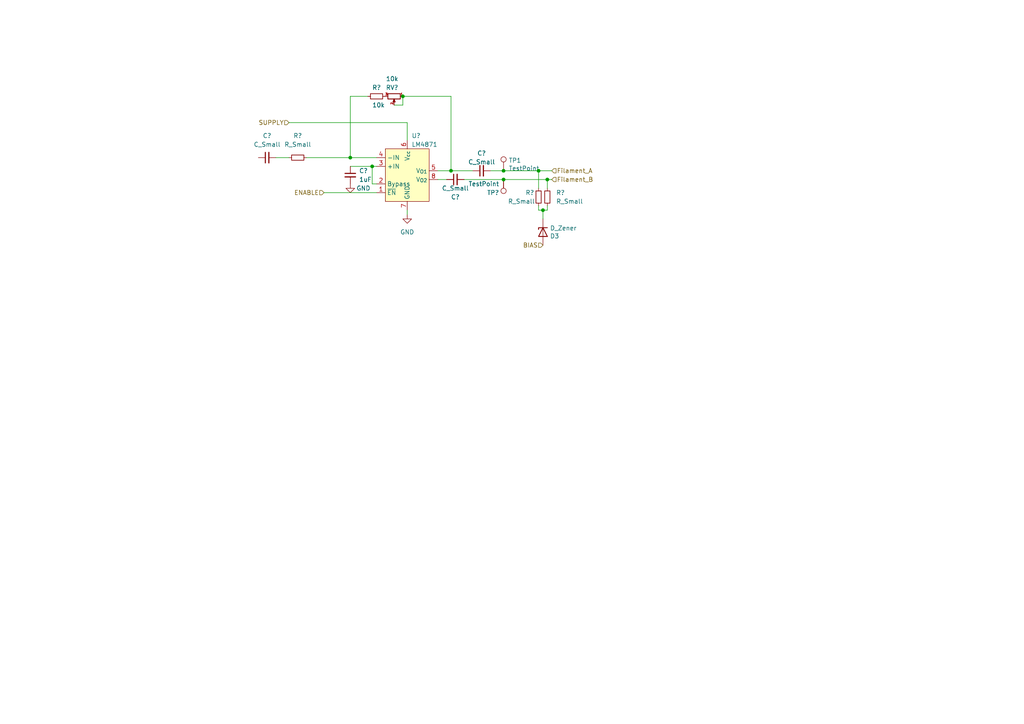
<source format=kicad_sch>
(kicad_sch (version 20211123) (generator eeschema)
  (paper "A4")
  (lib_symbols
    (symbol "Connector:TestPoint" (pin_numbers hide) (pin_names (offset 0.762) hide)
      (property "Reference" "TP" (at 0 6.858 0))
      (property "Value" "TestPoint" (at 0 5.08 0))
      (symbol "TestPoint_0_1"
        (circle (center 0 3.302) (radius 0.762))
      )
      (symbol "TestPoint_1_1"
        (pin passive line (at 0 0 90) (length 2.54) (name "1") (number "1"))
      )
    )
    (symbol "Device:C_Small" (pin_numbers hide) (pin_names (offset 0.254) hide)
      (property "Reference" "C" (at 0.254 1.778 0))
      (property "Value" "C_Small" (at 0.254 -2.032 0))
      (symbol "C_Small_0_1"
        (polyline (pts (xy -1.524 -0.508) (xy 1.524 -0.508)) (stroke (width 0.3302)))
        (polyline (pts (xy -1.524 0.508) (xy 1.524 0.508)) (stroke (width 0.3048)))
      )
      (symbol "C_Small_1_1"
        (pin passive line (at 0 2.54 270) (length 2.032) (name "~") (number "1"))
        (pin passive line (at 0 -2.54 90) (length 2.032) (name "~") (number "2"))
      )
    )
    (symbol "Device:D_Zener" (pin_numbers hide) (pin_names (offset 1.016) hide)
      (property "Reference" "D" (at 0 2.54 0))
      (property "Value" "D_Zener" (at 0 -2.54 0))
      (symbol "D_Zener_0_1"
        (polyline (pts (xy 1.27 0) (xy -1.27 0)))
        (polyline (pts (xy -1.27 -1.27) (xy -1.27 1.27) (xy -0.762 1.27)) (stroke (width 0.254)))
        (polyline (pts (xy 1.27 -1.27) (xy 1.27 1.27) (xy -1.27 0) (xy 1.27 -1.27)) (stroke (width 0.254)))
      )
      (symbol "D_Zener_1_1"
        (pin passive line (at -3.81 0 0) (length 2.54) (name "K") (number "1"))
        (pin passive line (at 3.81 0 180) (length 2.54) (name "A") (number "2"))
      )
    )
    (symbol "Device:R_Potentiometer_Small" (pin_names (offset 1.016) hide)
      (property "Reference" "RV" (at -4.445 0 90))
      (property "Value" "R_Potentiometer_Small" (at -2.54 0 90))
      (symbol "R_Potentiometer_Small_0_1"
        (polyline (pts (xy 0.889 0) (xy 0.635 0) (xy 1.651 0.381) (xy 1.651 -0.381) (xy 0.635 0) (xy 0.889 0)) (fill (type outline)))
        (rectangle (start 0.762 1.8034) (end -0.762 -1.8034) (stroke (width 0.254)))
      )
      (symbol "R_Potentiometer_Small_1_1"
        (pin passive line (at 0 2.54 270) (length 0.635) (name "1") (number "1"))
        (pin passive line (at 2.54 0 180) (length 0.9906) (name "2") (number "2"))
        (pin passive line (at 0 -2.54 90) (length 0.635) (name "3") (number "3"))
      )
    )
    (symbol "Device:R_Small" (pin_numbers hide) (pin_names (offset 0.254) hide)
      (property "Reference" "R" (at 0.762 0.508 0))
      (property "Value" "R_Small" (at 0.762 -1.016 0))
      (symbol "R_Small_0_1"
        (rectangle (start -0.762 1.778) (end 0.762 -1.778) (stroke (width 0.2032)))
      )
      (symbol "R_Small_1_1"
        (pin passive line (at 0 2.54 270) (length 0.762) (name "~") (number "1"))
        (pin passive line (at 0 -2.54 90) (length 0.762) (name "~") (number "2"))
      )
    )
    (symbol "Personal:LM4871"
      (property "Reference" "U" (at -5.08 8.89 0))
      (property "Value" "LM4871" (at 5.08 8.89 0))
      (property "Spice_Primitive" "X" (at -5.08 8.89 0))
      (property "Spice_Model" "sfadsasdf" (at -5.08 8.89 0))
      (property "Spice_Netlist_Enabled" "Y" (at -5.08 8.89 0))
      (property "Spice_Lib_File" "sadfasdf" (at -5.08 8.89 0))
      (symbol "LM4871_0_1"
        (rectangle (start -6.35 7.62) (end 6.35 -7.62) (stroke (width 0.1524)) (fill (type background)))
      )
      (symbol "LM4871_1_1"
        (pin input line (at -8.89 -5.08 0) (length 2.54) (name "~{EN}") (number "1"))
        (pin output line (at -8.89 -2.54 0) (length 2.54) (name "Bypass") (number "2"))
        (pin input line (at -8.89 2.54 0) (length 2.54) (name "+IN") (number "3"))
        (pin input line (at -8.89 5.08 0) (length 2.54) (name "-IN") (number "4"))
        (pin input line (at 8.89 1.27 180) (length 2.54) (name "V_{O1}") (number "5"))
        (pin power_in line (at 0 10.16 270) (length 2.54) (name "V_{cc}") (number "6"))
        (pin power_in line (at 0 -10.16 90) (length 2.54) (name "GND") (number "7"))
        (pin input line (at 8.89 -1.27 180) (length 2.54) (name "V_{O2}") (number "8"))
      )
    )
    (symbol "power:GND" (power) (pin_names (offset 0))
      (property "Value" "GND" (at 0 -3.81 0))
      (symbol "GND_0_1"
        (polyline (pts (xy 0 0) (xy 0 -1.27) (xy 1.27 -1.27) (xy 0 -2.54) (xy -1.27 -1.27) (xy 0 -1.27)))
      )
      (symbol "GND_1_1"
        (pin power_in line (at 0 0 270) (length 0) hide (name "GND") (number "1"))
      )
    )
  )
  (junction (at 146.05 52.07))
  (junction (at 116.84 27.94))
  (junction (at 156.21 49.53))
  (junction (at 146.05 49.53))
  (junction (at 158.75 52.07))
  (junction (at 107.95 48.26))
  (junction (at 157.48 60.96))
  (junction (at 130.81 49.53))
  (junction (at 101.6 45.72))
  (wire (pts (xy 157.48 60.96) (xy 157.48 63.5)))
  (wire (pts (xy 157.48 60.96) (xy 158.75 60.96)))
  (wire (pts (xy 158.75 52.07) (xy 158.75 54.61)))
  (wire (pts (xy 142.24 49.53) (xy 146.05 49.53)))
  (wire (pts (xy 83.82 35.56) (xy 118.11 35.56)))
  (wire (pts (xy 127 49.53) (xy 130.81 49.53)))
  (wire (pts (xy 109.22 48.26) (xy 107.95 48.26)))
  (wire (pts (xy 118.11 40.64) (xy 118.11 35.56)))
  (wire (pts (xy 158.75 52.07) (xy 160.02 52.07)))
  (wire (pts (xy 156.21 49.53) (xy 160.02 49.53)))
  (wire (pts (xy 101.6 27.94) (xy 101.6 45.72)))
  (wire (pts (xy 130.81 49.53) (xy 137.16 49.53)))
  (wire (pts (xy 116.84 27.94) (xy 130.81 27.94)))
  (wire (pts (xy 106.68 27.94) (xy 101.6 27.94)))
  (wire (pts (xy 107.95 48.26) (xy 107.95 53.34)))
  (wire (pts (xy 118.11 60.96) (xy 118.11 62.23)))
  (wire (pts (xy 158.75 60.96) (xy 158.75 59.69)))
  (wire (pts (xy 146.05 52.07) (xy 158.75 52.07)))
  (wire (pts (xy 101.6 45.72) (xy 109.22 45.72)))
  (wire (pts (xy 146.05 49.53) (xy 156.21 49.53)))
  (wire (pts (xy 156.21 59.69) (xy 156.21 60.96)))
  (wire (pts (xy 127 52.07) (xy 129.54 52.07)))
  (wire (pts (xy 107.95 53.34) (xy 109.22 53.34)))
  (wire (pts (xy 93.98 55.88) (xy 109.22 55.88)))
  (wire (pts (xy 130.81 27.94) (xy 130.81 49.53)))
  (wire (pts (xy 156.21 49.53) (xy 156.21 54.61)))
  (wire (pts (xy 114.3 30.48) (xy 116.84 30.48)))
  (wire (pts (xy 88.9 45.72) (xy 101.6 45.72)))
  (wire (pts (xy 116.84 30.48) (xy 116.84 27.94)))
  (wire (pts (xy 80.01 45.72) (xy 83.82 45.72)))
  (wire (pts (xy 156.21 60.96) (xy 157.48 60.96)))
  (wire (pts (xy 101.6 48.26) (xy 107.95 48.26)))
  (wire (pts (xy 134.62 52.07) (xy 146.05 52.07)))
  (hierarchical_label "ENABLE" (shape input) (at 93.98 55.88 180))
  (hierarchical_label "BIAS" (shape input) (at 157.48 71.12 180))
  (hierarchical_label "Filament_B" (shape input) (at 160.02 52.07 0))
  (hierarchical_label "SUPPLY" (shape input) (at 83.82 35.56 180))
  (hierarchical_label "Filament_A" (shape input) (at 160.02 49.53 0))
  (symbol (lib_id "Device:D_Zener") (at 157.48 67.31 90) (mirror x)
    (property "Reference" "D3" (at 159.512 68.4784 90) (effects (justify right)))
    (property "Value" "D_Zener" (at 159.512 66.167 90) (effects (justify right)))
    (property "Footprint" "Diode_SMD:D_SOD-123" (effects hide))
  )
  (symbol (lib_id "Connector:TestPoint") (at 146.05 49.53 0)
    (property "Reference" "TP1" (at 147.5232 46.5328 0) (effects (justify left)))
    (property "Value" "TestPoint" (at 147.5232 48.8442 0) (effects (justify left)))
    (property "Footprint" "TestPoint:TestPoint_2Pads_Pitch2.54mm_Drill0.8mm" (effects hide))
  )
  (symbol (lib_id "power:GND") (at 118.11 62.23 0)
    (property "Reference" "#PWR026" (effects hide))
    (property "Value" "GND" (at 118.11 67.31 0))
  )
  (symbol (lib_id "Device:C_Small") (at 77.47 45.72 90)
    (property "Reference" "C?" (at 77.4763 39.37 90))
    (property "Value" "C_Small" (at 77.4763 41.91 90))
  )
  (symbol (lib_id "Personal:LM4871") (at 118.11 50.8 0)
    (property "Reference" "U?" (at 119.38 39.37 0) (effects (justify left)))
    (property "Value" "LM4871" (at 119.38 41.91 0) (effects (justify left)))
    (property "Spice_Primitive" "X" (effects hide))
    (property "Spice_Model" "sfadsasdf" (effects hide))
    (property "Spice_Netlist_Enabled" "Y" (effects hide))
    (property "Spice_Lib_File" "sadfasdf" (effects hide))
  )
  (symbol (lib_id "Device:C_Small") (at 101.6 50.8 0)
    (property "Reference" "C?" (at 104.14 49.5362 0) (effects (justify left)))
    (property "Value" "1uF" (at 104.14 52.0762 0) (effects (justify left)))
    (property "Footprint" "Capacitor_SMD:C_0805_2012Metric_Pad1.18x1.45mm_HandSolder" (effects hide))
  )
  (symbol (lib_id "Device:C_Small") (at 139.7 49.53 90)
    (property "Reference" "C?" (at 139.7 44.45 90))
    (property "Value" "C_Small" (at 139.7 46.99 90))
  )
  (symbol (lib_id "Device:R_Small") (at 109.22 27.94 270)
    (property "Reference" "R?" (at 107.95 25.4 90) (effects (justify left)))
    (property "Value" "10k" (at 107.95 30.48 90) (effects (justify left)))
  )
  (symbol (lib_id "Connector:TestPoint") (at 146.05 52.07 180)
    (property "Reference" "TP?" (at 144.78 55.88 0) (effects (justify left)))
    (property "Value" "TestPoint" (at 144.78 53.34 0) (effects (justify left)))
    (property "Footprint" "TestPoint:TestPoint_2Pads_Pitch2.54mm_Drill0.8mm" (effects hide))
  )
  (symbol (lib_id "power:GND") (at 101.6 53.34 0)
    (property "Reference" "#PWR?" (effects hide))
    (property "Value" "GND" (at 105.41 54.61 0))
  )
  (symbol (lib_id "Device:R_Small") (at 86.36 45.72 90)
    (property "Reference" "R?" (at 86.36 39.37 90))
    (property "Value" "R_Small" (at 86.36 41.91 90))
  )
  (symbol (lib_id "Device:R_Potentiometer_Small") (at 114.3 27.94 270)
    (property "Reference" "RV?" (at 115.57 25.4 90) (effects (justify right)))
    (property "Value" "10k" (at 115.57 22.86 90) (effects (justify right)))
    (property "Footprint" "Potentiometer_SMD:Potentiometer_Vishay_TS53YL_Vertical" (effects hide))
  )
  (symbol (lib_id "Device:R_Small") (at 158.75 57.15 0)
    (property "Reference" "R?" (at 161.29 55.8799 0) (effects (justify left)))
    (property "Value" "R_Small" (at 161.29 58.4199 0) (effects (justify left)))
  )
  (symbol (lib_id "Device:C_Small") (at 132.08 52.07 90)
    (property "Reference" "C?" (at 132.08 57.15 90))
    (property "Value" "C_Small" (at 132.08 54.61 90))
  )
  (symbol (lib_id "Device:R_Small") (at 156.21 57.15 0)
    (property "Reference" "R?" (at 152.4 55.88 0) (effects (justify left)))
    (property "Value" "R_Small" (at 147.32 58.42 0) (effects (justify left)))
  )
)
</source>
